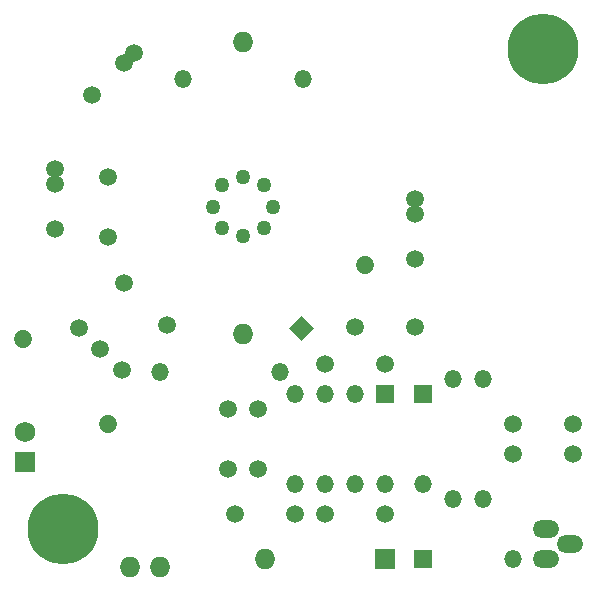
<source format=gbs>
G04 (created by PCBNEW (22-Jun-2014 BZR 4027)-stable) date Fri 29 Dec 2017 01:03:39 AM CST*
%MOIN*%
G04 Gerber Fmt 3.4, Leading zero omitted, Abs format*
%FSLAX34Y34*%
G01*
G70*
G90*
G04 APERTURE LIST*
%ADD10C,0.00590551*%
%ADD11O,0.0885X0.059*%
%ADD12O,0.059X0.059*%
%ADD13C,0.059*%
%ADD14C,0.05*%
%ADD15R,0.059X0.059*%
%ADD16O,0.069X0.069*%
%ADD17C,0.23622*%
%ADD18C,0.059*%
%ADD19R,0.069X0.069*%
%ADD20C,0.069*%
G04 APERTURE END LIST*
G54D10*
G54D11*
X95852Y-43250D03*
X96647Y-43750D03*
X95852Y-44250D03*
G54D12*
X92750Y-38250D03*
X92750Y-42250D03*
X93750Y-42250D03*
X93750Y-38250D03*
X83000Y-38000D03*
X87000Y-38000D03*
X83750Y-28250D03*
X87750Y-28250D03*
G54D13*
X81250Y-39750D02*
X81250Y-39750D01*
X78421Y-36921D02*
X78421Y-36921D01*
G54D14*
X85042Y-31792D03*
X86457Y-31792D03*
X86739Y-32500D03*
X85750Y-31510D03*
X86457Y-33207D03*
X85750Y-33489D03*
X85042Y-33207D03*
X84760Y-32500D03*
G54D15*
X90500Y-38750D03*
G54D12*
X89500Y-38750D03*
X88500Y-38750D03*
X87500Y-38750D03*
X87500Y-41750D03*
X88500Y-41750D03*
X90500Y-41750D03*
X89500Y-41750D03*
G54D16*
X83000Y-44500D03*
X82000Y-44500D03*
G54D17*
X95750Y-27250D03*
G54D18*
X80292Y-36542D03*
X81707Y-37957D03*
X81000Y-37250D03*
X94750Y-40750D03*
X96750Y-40750D03*
X91500Y-36500D03*
X89500Y-36500D03*
X85250Y-41250D03*
X85250Y-39250D03*
X86250Y-41250D03*
X86250Y-39250D03*
X88500Y-42750D03*
X90500Y-42750D03*
X81792Y-35042D03*
X83207Y-36457D03*
X81250Y-31500D03*
X81250Y-33500D03*
X96750Y-39750D03*
X94750Y-39750D03*
X90500Y-37750D03*
X88500Y-37750D03*
X87500Y-42750D03*
X85500Y-42750D03*
G54D16*
X85750Y-36750D03*
G54D19*
X90500Y-44250D03*
G54D16*
X86500Y-44250D03*
G54D15*
X91750Y-38750D03*
G54D12*
X91750Y-41750D03*
G54D10*
G36*
X87689Y-36143D02*
X88106Y-36560D01*
X87689Y-36977D01*
X87272Y-36560D01*
X87689Y-36143D01*
X87689Y-36143D01*
G37*
G54D13*
X89810Y-34439D02*
X89810Y-34439D01*
G54D15*
X91750Y-44250D03*
G54D12*
X94750Y-44250D03*
G54D18*
X82133Y-27366D03*
X80719Y-28780D03*
X81780Y-27719D03*
X79500Y-31250D03*
X79500Y-33250D03*
X79500Y-31750D03*
X91500Y-32250D03*
X91500Y-34250D03*
X91500Y-32750D03*
G54D19*
X78500Y-41000D03*
G54D20*
X78500Y-40000D03*
G54D17*
X79750Y-43250D03*
G54D16*
X85750Y-27000D03*
M02*

</source>
